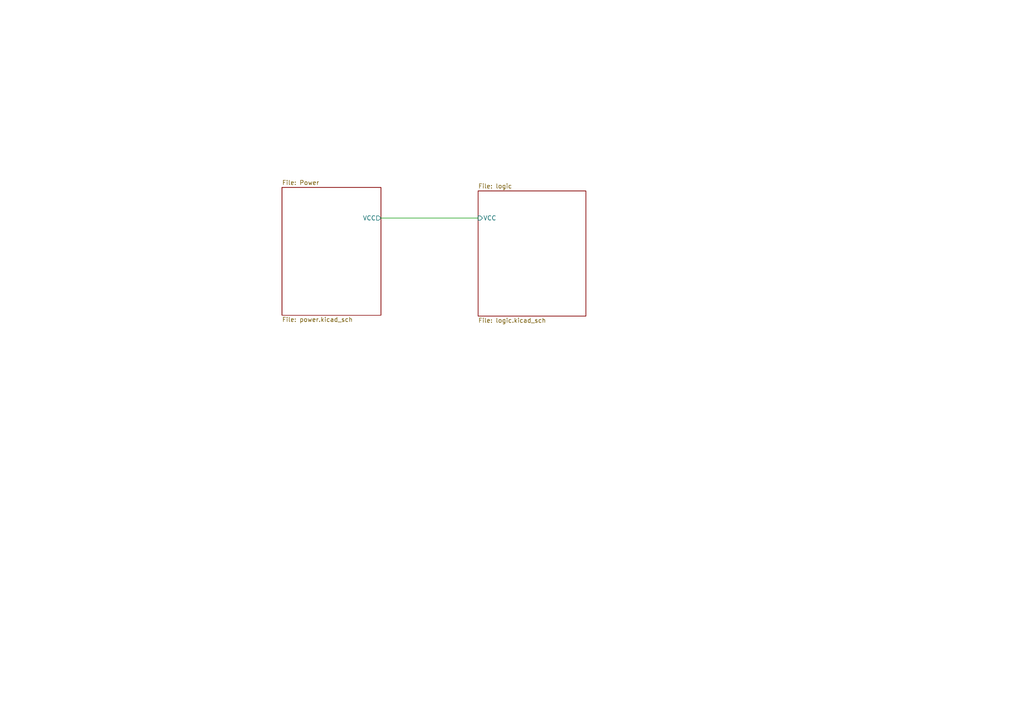
<source format=kicad_sch>
(kicad_sch (version 20200828) (generator eeschema)
  (page 1 3)
  (paper "A4")
  (lib_symbols)
  (wire (pts (xy 110.49 63.246) (xy 138.684 63.246)))
  (sheet (at 81.788 54.356) (size 28.702 37.084)
    (property "Nombre de hoja" "Power" (at 81.788 53.7205 0) (effects (justify left bottom)))
    (property "Sheet file" "power.kicad_sch" (at 81.788 91.9485 0) (effects (justify left top)))
    (pin "VCC" output (at 110.49 63.246 0))
  )
  (sheet (at 138.684 55.372) (size 31.242 36.322)
    (property "Nombre de hoja" "logic" (at 138.684 54.7365 0) (effects (justify left bottom)))
    (property "Sheet file" "logic.kicad_sch" (at 138.684 92.2025 0) (effects (justify left top)))
    (pin "VCC" input (at 138.684 63.246 180))
  )
)
</source>
